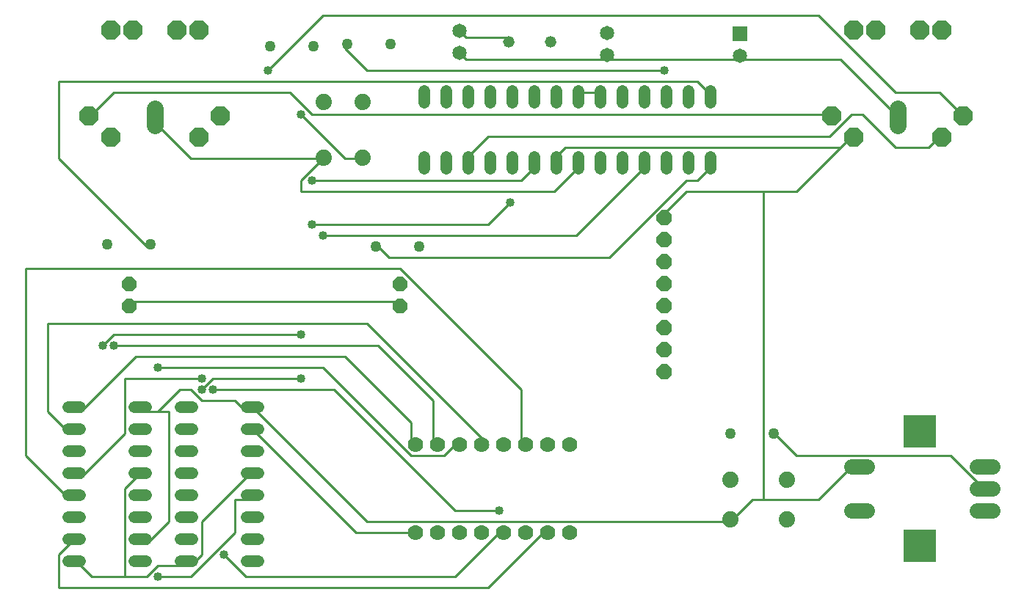
<source format=gbl>
G75*
G70*
%OFA0B0*%
%FSLAX24Y24*%
%IPPOS*%
%LPD*%
%AMOC8*
5,1,8,0,0,1.08239X$1,22.5*
%
%ADD10C,0.0520*%
%ADD11C,0.0740*%
%ADD12C,0.0500*%
%ADD13C,0.0520*%
%ADD14C,0.0650*%
%ADD15C,0.0780*%
%ADD16OC8,0.0860*%
%ADD17OC8,0.0660*%
%ADD18C,0.0700*%
%ADD19C,0.0700*%
%ADD20R,0.1500X0.1500*%
%ADD21R,0.0650X0.0650*%
%ADD22OC8,0.0700*%
%ADD23C,0.0100*%
%ADD24C,0.0400*%
D10*
X003041Y001806D02*
X003561Y001806D01*
X003561Y002806D02*
X003041Y002806D01*
X003041Y003806D02*
X003561Y003806D01*
X003561Y004806D02*
X003041Y004806D01*
X003041Y005806D02*
X003561Y005806D01*
X003561Y006806D02*
X003041Y006806D01*
X003041Y007806D02*
X003561Y007806D01*
X003561Y008806D02*
X003041Y008806D01*
X006041Y008806D02*
X006561Y008806D01*
X006561Y007806D02*
X006041Y007806D01*
X006041Y006806D02*
X006561Y006806D01*
X008141Y006806D02*
X008661Y006806D01*
X008661Y007806D02*
X008141Y007806D01*
X008141Y008806D02*
X008661Y008806D01*
X011141Y008806D02*
X011661Y008806D01*
X011661Y007806D02*
X011141Y007806D01*
X011141Y006806D02*
X011661Y006806D01*
X011661Y005806D02*
X011141Y005806D01*
X011141Y004806D02*
X011661Y004806D01*
X011661Y003806D02*
X011141Y003806D01*
X011141Y002806D02*
X011661Y002806D01*
X011661Y001806D02*
X011141Y001806D01*
X008661Y001806D02*
X008141Y001806D01*
X006561Y001806D02*
X006041Y001806D01*
X006041Y002806D02*
X006561Y002806D01*
X006561Y003806D02*
X006041Y003806D01*
X006041Y004806D02*
X006561Y004806D01*
X006561Y005806D02*
X006041Y005806D01*
X008141Y005806D02*
X008661Y005806D01*
X008661Y004806D02*
X008141Y004806D01*
X008141Y003806D02*
X008661Y003806D01*
X008661Y002806D02*
X008141Y002806D01*
X019201Y019646D02*
X019201Y020166D01*
X020201Y020166D02*
X020201Y019646D01*
X021201Y019646D02*
X021201Y020166D01*
X022201Y020166D02*
X022201Y019646D01*
X023201Y019646D02*
X023201Y020166D01*
X024201Y020166D02*
X024201Y019646D01*
X025201Y019646D02*
X025201Y020166D01*
X026201Y020166D02*
X026201Y019646D01*
X027201Y019646D02*
X027201Y020166D01*
X028201Y020166D02*
X028201Y019646D01*
X029201Y019646D02*
X029201Y020166D01*
X030201Y020166D02*
X030201Y019646D01*
X031201Y019646D02*
X031201Y020166D01*
X032201Y020166D02*
X032201Y019646D01*
X032201Y022646D02*
X032201Y023166D01*
X031201Y023166D02*
X031201Y022646D01*
X030201Y022646D02*
X030201Y023166D01*
X029201Y023166D02*
X029201Y022646D01*
X028201Y022646D02*
X028201Y023166D01*
X027201Y023166D02*
X027201Y022646D01*
X026201Y022646D02*
X026201Y023166D01*
X025201Y023166D02*
X025201Y022646D01*
X024201Y022646D02*
X024201Y023166D01*
X023201Y023166D02*
X023201Y022646D01*
X022201Y022646D02*
X022201Y023166D01*
X021201Y023166D02*
X021201Y022646D01*
X020201Y022646D02*
X020201Y023166D01*
X019201Y023166D02*
X019201Y022646D01*
D11*
X016416Y022686D03*
X014636Y022686D03*
X014636Y020126D03*
X016416Y020126D03*
X033121Y005496D03*
X035681Y005496D03*
X035681Y003716D03*
X033121Y003716D03*
D12*
X033117Y007606D03*
X035085Y007606D03*
X018985Y016106D03*
X017017Y016106D03*
X006785Y016206D03*
X004817Y016206D03*
X012217Y025206D03*
X014185Y025206D03*
X015717Y025306D03*
X017685Y025306D03*
D13*
X023051Y025406D03*
X024951Y025406D03*
D14*
X027501Y025806D03*
X027501Y024806D03*
X033551Y024781D03*
X020801Y024906D03*
X020801Y025906D03*
D15*
X006976Y022379D02*
X006976Y021599D01*
X040726Y021599D02*
X040726Y022379D01*
D16*
X042726Y021067D03*
X043686Y022028D03*
X038726Y021067D03*
X037726Y022028D03*
X038726Y025949D03*
X039726Y025949D03*
X041726Y025949D03*
X042726Y025949D03*
X009936Y022028D03*
X008976Y021067D03*
X004976Y021067D03*
X003976Y022028D03*
X004976Y025949D03*
X005976Y025949D03*
X007976Y025949D03*
X008976Y025949D03*
D17*
X005801Y014406D03*
X005801Y013406D03*
X018101Y013406D03*
X018101Y014406D03*
D18*
X018801Y007106D03*
X019801Y007106D03*
X020801Y007106D03*
X021801Y007106D03*
X022801Y007106D03*
X023801Y007106D03*
X024801Y007106D03*
X025801Y007106D03*
X025801Y003106D03*
X024801Y003106D03*
X023801Y003106D03*
X022801Y003106D03*
X021801Y003106D03*
X020801Y003106D03*
X019801Y003106D03*
X018801Y003106D03*
D19*
X038601Y004106D02*
X039301Y004106D01*
X039301Y006106D02*
X038601Y006106D01*
X044301Y006106D02*
X045001Y006106D01*
X045001Y005106D02*
X044301Y005106D01*
X044301Y004106D02*
X045001Y004106D01*
D20*
X041701Y002506D03*
X041701Y007706D03*
D21*
X033551Y025781D03*
D22*
X030101Y017406D03*
X030101Y016406D03*
X030101Y015406D03*
X030101Y014406D03*
X030101Y013406D03*
X030101Y012406D03*
X030101Y011406D03*
X030101Y010406D03*
D23*
X022101Y000606D02*
X002601Y000606D01*
X002601Y002106D01*
X003301Y002806D01*
X003301Y001806D02*
X003601Y001606D01*
X004101Y001106D01*
X005601Y001106D01*
X005601Y005106D01*
X006301Y005806D01*
X005601Y007606D02*
X003601Y005606D01*
X003301Y005806D01*
X003301Y004806D02*
X003101Y004606D01*
X001101Y006606D01*
X001101Y015106D01*
X018101Y015106D01*
X023601Y009606D01*
X023601Y007106D01*
X023801Y007106D01*
X022101Y007106D02*
X021801Y007106D01*
X022101Y007106D02*
X016601Y012606D01*
X002101Y012606D01*
X002101Y008606D01*
X003101Y007606D01*
X003301Y007806D01*
X003601Y008606D02*
X003301Y008806D01*
X003601Y008606D02*
X006101Y011106D01*
X015601Y011106D01*
X018601Y008106D01*
X018601Y007106D01*
X018801Y007106D01*
X018601Y006606D02*
X020101Y006606D01*
X020601Y007106D01*
X020801Y007106D01*
X019801Y007106D02*
X019601Y007106D01*
X019601Y009106D01*
X017101Y011606D01*
X005101Y011606D01*
X005101Y012106D02*
X004601Y011606D01*
X005101Y012106D02*
X013601Y012106D01*
X014601Y010606D02*
X018601Y006606D01*
X020601Y004106D02*
X022601Y004106D01*
X022601Y003106D02*
X022801Y003106D01*
X022601Y003106D02*
X020601Y001106D01*
X011101Y001106D01*
X010101Y002106D01*
X009101Y002106D02*
X008601Y001606D01*
X008401Y001806D01*
X008101Y001606D01*
X007101Y001606D01*
X006601Y001106D01*
X005601Y001106D01*
X007101Y001106D02*
X008601Y001106D01*
X010601Y003106D01*
X010601Y004606D01*
X011101Y004606D01*
X011401Y004806D01*
X011101Y005606D02*
X011401Y005806D01*
X011101Y005606D02*
X009101Y003606D01*
X009101Y002106D01*
X007601Y003606D02*
X006601Y002606D01*
X006301Y002806D01*
X007601Y003606D02*
X007601Y008606D01*
X007101Y008606D01*
X008101Y009606D01*
X008601Y009606D01*
X009101Y009106D01*
X010601Y009106D01*
X011101Y008606D01*
X011401Y008806D01*
X016601Y003606D01*
X033101Y003606D01*
X033121Y003716D01*
X033101Y003606D02*
X034101Y004606D01*
X034601Y004606D01*
X034601Y018606D01*
X031101Y018606D01*
X030101Y017606D01*
X030101Y017406D01*
X031101Y019106D02*
X027601Y015606D01*
X017601Y015606D01*
X017101Y016106D01*
X017017Y016106D01*
X014601Y016606D02*
X026101Y016606D01*
X029101Y019606D01*
X029201Y019906D01*
X031101Y019106D02*
X031601Y019106D01*
X032101Y019606D01*
X032201Y019906D01*
X034601Y018606D02*
X036101Y018606D01*
X038101Y020606D01*
X025601Y020606D01*
X025101Y020106D01*
X025201Y019906D01*
X026101Y019606D02*
X026201Y019906D01*
X026101Y019606D02*
X025101Y018606D01*
X013601Y018606D01*
X013601Y019106D01*
X014601Y020106D01*
X014636Y020126D01*
X014601Y020106D02*
X008601Y020106D01*
X007101Y021606D01*
X006976Y021989D01*
X005101Y023106D02*
X013101Y023106D01*
X014101Y022106D01*
X037601Y022106D01*
X037726Y022028D01*
X038601Y022106D02*
X039101Y022106D01*
X040601Y020606D01*
X042101Y020606D01*
X042601Y021106D01*
X042726Y021067D01*
X043601Y022106D02*
X043686Y022028D01*
X043601Y022106D02*
X042601Y023106D01*
X040601Y023106D01*
X037101Y026606D01*
X014601Y026606D01*
X012101Y024106D01*
X015601Y025106D02*
X015717Y025306D01*
X015601Y025106D02*
X016601Y024106D01*
X030101Y024106D01*
X031601Y023606D02*
X032101Y023106D01*
X032201Y022906D01*
X031601Y023606D02*
X002601Y023606D01*
X002601Y020106D01*
X006601Y016106D01*
X006785Y016206D01*
X005601Y013606D02*
X005801Y013406D01*
X005601Y013606D02*
X018101Y013606D01*
X018101Y013406D01*
X014601Y010606D02*
X007101Y010606D01*
X005601Y010106D02*
X009101Y010106D01*
X009601Y010106D02*
X013601Y010106D01*
X015101Y009606D02*
X020601Y004106D01*
X018801Y003106D02*
X016101Y003106D01*
X011401Y007806D01*
X009601Y009606D02*
X015101Y009606D01*
X009601Y010106D02*
X009101Y009606D01*
X007101Y008606D02*
X006601Y008606D01*
X006301Y008806D01*
X005601Y007606D02*
X005601Y010106D01*
X014101Y017106D02*
X022101Y017106D01*
X023101Y018106D01*
X023601Y019106D02*
X024101Y019606D01*
X024201Y019906D01*
X023601Y019106D02*
X014101Y019106D01*
X015601Y020106D02*
X016101Y020106D01*
X016416Y020126D01*
X015601Y020106D02*
X013601Y022106D01*
X020601Y025106D02*
X020801Y024906D01*
X021101Y024606D01*
X027601Y024606D01*
X027501Y024806D01*
X027601Y024606D02*
X033601Y024606D01*
X033551Y024781D01*
X033601Y024606D02*
X038101Y024606D01*
X040601Y022106D01*
X040726Y021989D01*
X038601Y022106D02*
X037601Y021106D01*
X022101Y021106D01*
X021101Y020106D01*
X021201Y019906D01*
X026201Y022906D02*
X026101Y023106D01*
X027101Y023106D01*
X027201Y022906D01*
X023051Y025406D02*
X023101Y025606D01*
X021101Y025606D01*
X020801Y025906D01*
X020601Y026106D01*
X005101Y023106D02*
X004101Y022106D01*
X003976Y022028D01*
X035085Y007606D02*
X035101Y007606D01*
X036101Y006606D01*
X043101Y006606D01*
X044601Y005106D01*
X044651Y005106D01*
X038951Y006106D02*
X038601Y006106D01*
X037101Y004606D01*
X034601Y004606D01*
X024801Y003106D02*
X024601Y003106D01*
X022101Y000606D01*
X038101Y020606D02*
X038601Y021106D01*
X038726Y021067D01*
D24*
X030101Y024106D03*
X023101Y018106D03*
X014601Y016606D03*
X014101Y017106D03*
X014101Y019106D03*
X013601Y022106D03*
X012101Y024106D03*
X013601Y012106D03*
X013601Y010106D03*
X009601Y009606D03*
X009101Y009606D03*
X009101Y010106D03*
X007101Y010606D03*
X005101Y011606D03*
X004601Y011606D03*
X010101Y002106D03*
X007101Y001106D03*
X022601Y004106D03*
M02*

</source>
